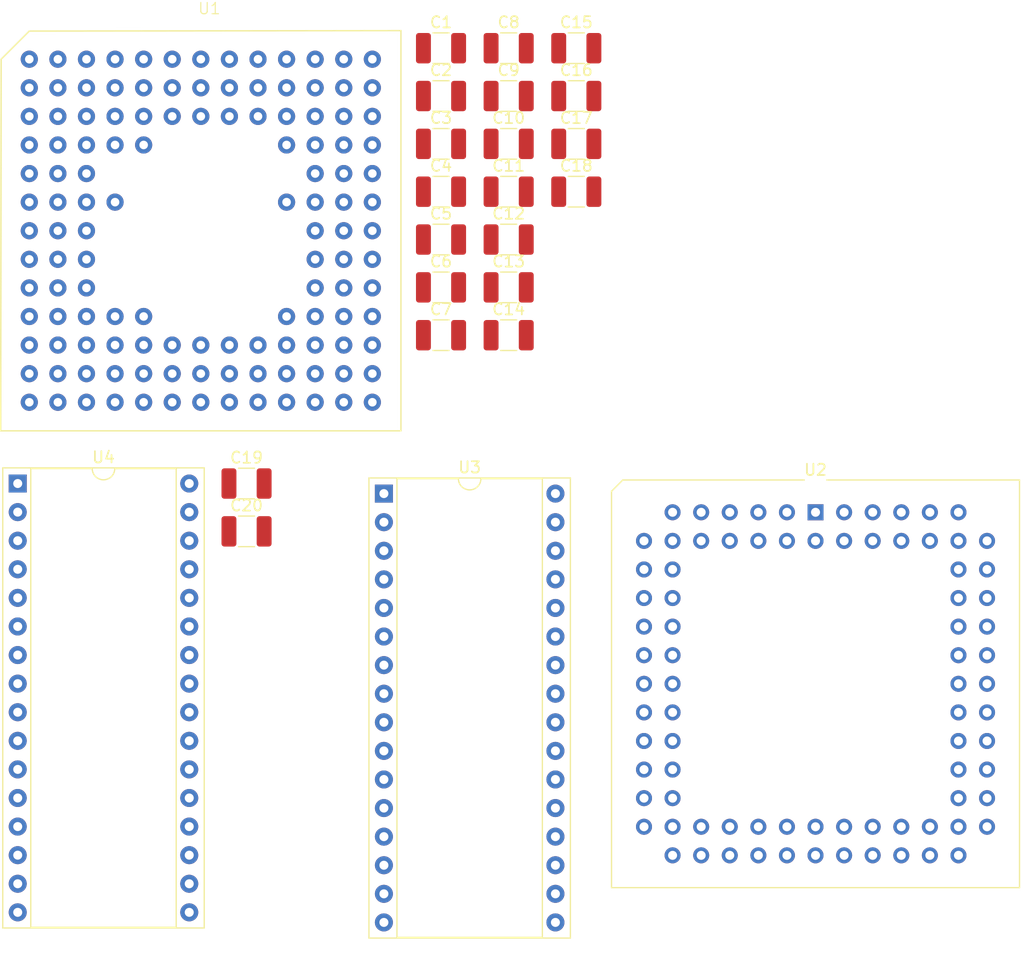
<source format=kicad_pcb>
(kicad_pcb (version 20240108) (generator "pcbnew") (generator_version "8.0")
  (layers (0 "F.Cu" signal) (31 "B.Cu" signal) (34 "B.Paste" user) (35 "F.Paste" user) (36 "B.SilkS" user "B.Silkscreen") (37 "F.SilkS" user "F.Silkscreen") (38 "B.Mask" user) (39 "F.Mask" user) (44 "Edge.Cuts" user))
  (net 0 "")
  (net 1 "+5V")
  (net 2 "GND")
  (net 3 "D8")
  (net 4 "A9")
  (net 5 "D18")
  (net 6 "A4")
  (net 7 "D21")
  (net 8 "D1")
  (net 9 "D0")
  (net 10 "A26")
  (net 11 "A14")
  (net 12 "D12")
  (net 13 "D29")
  (net 14 "A15")
  (net 15 "D15")
  (net 16 "D19")
  (net 17 "D7")
  (net 18 "D23")
  (net 19 "D11")
  (net 20 "D5")
  (net 21 "A17")
  (net 22 "A16")
  (net 23 "D9")
  (net 24 "D3")
  (net 25 "A7")
  (net 26 "A10")
  (net 27 "D2")
  (net 28 "D17")
  (net 29 "A25")
  (net 30 "A11")
  (net 31 "D16")
  (net 32 "A31")
  (net 33 "D10")
  (net 34 "D27")
  (net 35 "A24")
  (net 36 "A23")
  (net 37 "A13")
  (net 38 "D13")
  (net 39 "A22")
  (net 40 "A0")
  (net 41 "A30")
  (net 42 "A18")
  (net 43 "D26")
  (net 44 "A5")
  (net 45 "A6")
  (net 46 "A8")
  (net 47 "A20")
  (net 48 "A1")
  (net 49 "D4")
  (net 50 "A28")
  (net 51 "D28")
  (net 52 "A27")
  (net 53 "D20")
  (net 54 "A2")
  (net 55 "A3")
  (net 56 "A12")
  (net 57 "A21")
  (net 58 "A19")
  (net 59 "D6")
  (net 60 "D30")
  (net 61 "D25")
  (net 62 "D14")
  (net 63 "D24")
  (net 64 "A29")
  (net 65 "D22")
  (net 66 "D31")
  (net 71 "{slash}DSACK1")
  (net 72 "{slash}IPL2")
  (net 73 "SIZ1")
  (net 75 "FC2")
  (net 76 "{slash}DSACK0")
  (net 79 "FC1")
  (net 85 "{slash}IPL0")
  (net 86 "{slash}IPL1")
  (net 87 "{slash}AVEC")
  (net 89 "{slash}DS")
  (net 93 "{slash}AS")
  (net 97 "FC0")
  (net 98 "R{slash}W")
  (net 104 "SIZ0")
  (footprint "Capacitor_SMD:C_1210_3225Metric_Pad1.33x2.70mm_HandSolder" (layer "F.Cu") (at 45.195 27.125)
    (property "Reference" "C14" (at 0 -2.3 0) (layer "F.SilkS"))
    (property "Value" "0.1uF")
    (fp_line (start -0.711252 -1.36) (end 0.711252 -1.36) (stroke (width 0.12)) (layer "F.SilkS"))
    (fp_line (start -0.711252 1.36) (end 0.711252 1.36) (stroke (width 0.12)) (layer "F.SilkS"))
    (pad "1" smd roundrect (at -1.5625 0) (size 1.325 2.7) (layers "F.Cu" "F.Paste" "F.Mask") (roundrect_rratio 0.188679) (net 1 "+5V"))
    (pad "2" smd roundrect (at 1.5625 0) (size 1.325 2.7) (layers "F.Cu" "F.Paste" "F.Mask") (roundrect_rratio 0.188679) (net 2 "GND"))
  )
  (footprint "Capacitor_SMD:C_1210_3225Metric_Pad1.33x2.70mm_HandSolder" (layer "F.Cu") (at 39.185 18.625)
    (property "Reference" "C5" (at 0 -2.3 0) (layer "F.SilkS"))
    (property "Value" "0.1uF")
    (fp_line (start -0.711252 -1.36) (end 0.711252 -1.36) (stroke (width 0.12)) (layer "F.SilkS"))
    (fp_line (start -0.711252 1.36) (end 0.711252 1.36) (stroke (width 0.12)) (layer "F.SilkS"))
    (pad "1" smd roundrect (at -1.5625 0) (size 1.325 2.7) (layers "F.Cu" "F.Paste" "F.Mask") (roundrect_rratio 0.188679) (net 1 "+5V"))
    (pad "2" smd roundrect (at 1.5625 0) (size 1.325 2.7) (layers "F.Cu" "F.Paste" "F.Mask") (roundrect_rratio 0.188679) (net 2 "GND"))
  )
  (footprint "Capacitor_SMD:C_1210_3225Metric_Pad1.33x2.70mm_HandSolder" (layer "F.Cu") (at 21.905 44.555)
    (property "Reference" "C20" (at 0 -2.3 0) (layer "F.SilkS"))
    (property "Value" "0.1uF")
    (fp_line (start -0.711252 -1.36) (end 0.711252 -1.36) (stroke (width 0.12)) (layer "F.SilkS"))
    (fp_line (start -0.711252 1.36) (end 0.711252 1.36) (stroke (width 0.12)) (layer "F.SilkS"))
    (pad "1" smd roundrect (at -1.5625 0) (size 1.325 2.7) (layers "F.Cu" "F.Paste" "F.Mask") (roundrect_rratio 0.188679) (net 1 "+5V"))
    (pad "2" smd roundrect (at 1.5625 0) (size 1.325 2.7) (layers "F.Cu" "F.Paste" "F.Mask") (roundrect_rratio 0.188679) (net 2 "GND"))
  )
  (footprint "Capacitor_SMD:C_1210_3225Metric_Pad1.33x2.70mm_HandSolder" (layer "F.Cu") (at 21.905 40.305)
    (property "Reference" "C19" (at 0 -2.3 0) (layer "F.SilkS"))
    (property "Value" "0.1uF")
    (fp_line (start -0.711252 -1.36) (end 0.711252 -1.36) (stroke (width 0.12)) (layer "F.SilkS"))
    (fp_line (start -0.711252 1.36) (end 0.711252 1.36) (stroke (width 0.12)) (layer "F.SilkS"))
    (pad "1" smd roundrect (at -1.5625 0) (size 1.325 2.7) (layers "F.Cu" "F.Paste" "F.Mask") (roundrect_rratio 0.188679) (net 1 "+5V"))
    (pad "2" smd roundrect (at 1.5625 0) (size 1.325 2.7) (layers "F.Cu" "F.Paste" "F.Mask") (roundrect_rratio 0.188679) (net 2 "GND"))
  )
  (footprint "Capacitor_SMD:C_1210_3225Metric_Pad1.33x2.70mm_HandSolder" (layer "F.Cu") (at 39.185 22.875)
    (property "Reference" "C6" (at 0 -2.3 0) (layer "F.SilkS"))
    (property "Value" "0.1uF")
    (fp_line (start -0.711252 -1.36) (end 0.711252 -1.36) (stroke (width 0.12)) (layer "F.SilkS"))
    (fp_line (start -0.711252 1.36) (end 0.711252 1.36) (stroke (width 0.12)) (layer "F.SilkS"))
    (pad "1" smd roundrect (at -1.5625 0) (size 1.325 2.7) (layers "F.Cu" "F.Paste" "F.Mask") (roundrect_rratio 0.188679) (net 1 "+5V"))
    (pad "2" smd roundrect (at 1.5625 0) (size 1.325 2.7) (layers "F.Cu" "F.Paste" "F.Mask") (roundrect_rratio 0.188679) (net 2 "GND"))
  )
  (footprint "Capacitor_SMD:C_1210_3225Metric_Pad1.33x2.70mm_HandSolder" (layer "F.Cu") (at 39.185 10.125)
    (property "Reference" "C3" (at 0 -2.3 0) (layer "F.SilkS"))
    (property "Value" "0.1uF")
    (fp_line (start -0.711252 -1.36) (end 0.711252 -1.36) (stroke (width 0.12)) (layer "F.SilkS"))
    (fp_line (start -0.711252 1.36) (end 0.711252 1.36) (stroke (width 0.12)) (layer "F.SilkS"))
    (pad "1" smd roundrect (at -1.5625 0) (size 1.325 2.7) (layers "F.Cu" "F.Paste" "F.Mask") (roundrect_rratio 0.188679) (net 1 "+5V"))
    (pad "2" smd roundrect (at 1.5625 0) (size 1.325 2.7) (layers "F.Cu" "F.Paste" "F.Mask") (roundrect_rratio 0.188679) (net 2 "GND"))
  )
  (footprint "Capacitor_SMD:C_1210_3225Metric_Pad1.33x2.70mm_HandSolder" (layer "F.Cu") (at 51.205 14.375)
    (property "Reference" "C18" (at 0 -2.3 0) (layer "F.SilkS"))
    (property "Value" "0.1uF")
    (fp_line (start -0.711252 -1.36) (end 0.711252 -1.36) (stroke (width 0.12)) (layer "F.SilkS"))
    (fp_line (start -0.711252 1.36) (end 0.711252 1.36) (stroke (width 0.12)) (layer "F.SilkS"))
    (pad "1" smd roundrect (at -1.5625 0) (size 1.325 2.7) (layers "F.Cu" "F.Paste" "F.Mask") (roundrect_rratio 0.188679) (net 1 "+5V"))
    (pad "2" smd roundrect (at 1.5625 0) (size 1.325 2.7) (layers "F.Cu" "F.Paste" "F.Mask") (roundrect_rratio 0.188679) (net 2 "GND"))
  )
  (footprint "Package_DIP:DIP-32_W15.24mm_Socket" (layer "F.Cu") (at 34.11 41.2)
    (property "Reference" "U3" (at 7.62 -2.33 0) (layer "F.SilkS"))
    (property "Value" "SST39SF040")
    (fp_line (start -1.33 -1.39) (end -1.33 39.49) (stroke (width 0.12)) (layer "F.SilkS"))
    (fp_line (start -1.33 39.49) (end 16.57 39.49) (stroke (width 0.12)) (layer "F.SilkS"))
    (fp_line (start 1.16 -1.33) (end 1.16 39.43) (stroke (width 0.12)) (layer "F.SilkS"))
    (fp_line (start 1.16 39.43) (end 14.08 39.43) (stroke (width 0.12)) (layer "F.SilkS"))
    (fp_line (start 6.62 -1.33) (end 1.16 -1.33) (stroke (width 0.12)) (layer "F.SilkS"))
    (fp_line (start 14.08 -1.33) (end 8.62 -1.33) (stroke (width 0.12)) (layer "F.SilkS"))
    (fp_line (start 14.08 39.43) (end 14.08 -1.33) (stroke (width 0.12)) (layer "F.SilkS"))
    (fp_line (start 16.57 -1.39) (end -1.33 -1.39) (stroke (width 0.12)) (layer "F.SilkS"))
    (fp_line (start 16.57 39.49) (end 16.57 -1.39) (stroke (width 0.12)) (layer "F.SilkS"))
    (fp_arc (start 8.62 -1.33) (mid 7.62 -0.33) (end 6.62 -1.33) (stroke (width 0.12)) (layer "F.SilkS"))
    (pad "1" thru_hole rect (at 0 0) (size 1.6 1.6) (drill 0.8) (layers "*.Cu" "*.Mask") (net 42 "A18"))
    (pad "2" thru_hole oval (at 0 2.54) (size 1.6 1.6) (drill 0.8) (layers "*.Cu" "*.Mask") (net 22 "A16"))
    (pad "3" thru_hole oval (at 0 5.08) (size 1.6 1.6) (drill 0.8) (layers "*.Cu" "*.Mask") (net 14 "A15"))
    (pad "4" thru_hole oval (at 0 7.62) (size 1.6 1.6) (drill 0.8) (layers "*.Cu" "*.Mask") (net 56 "A12"))
    (pad "5" thru_hole oval (at 0 10.16) (size 1.6 1.6) (drill 0.8) (layers "*.Cu" "*.Mask") (net 25 "A7"))
    (pad "6" thru_hole oval (at 0 12.7) (size 1.6 1.6) (drill 0.8) (layers "*.Cu" "*.Mask") (net 45 "A6"))
    (pad "7" thru_hole oval (at 0 15.24) (size 1.6 1.6) (drill 0.8) (layers "*.Cu" "*.Mask") (net 44 "A5"))
    (pad "8" thru_hole oval (at 0 17.78) (size 1.6 1.6) (drill 0.8) (layers "*.Cu" "*.Mask") (net 6 "A4"))
    (pad "9" thru_hole oval (at 0 20.32) (size 1.6 1.6) (drill 0.8) (layers "*.Cu" "*.Mask") (net 55 "A3"))
    (pad "10" thru_hole oval (at 0 22.86) (size 1.6 1.6) (drill 0.8) (layers "*.Cu" "*.Mask") (net 54 "A2"))
    (pad "11" thru_hole oval (at 0 25.4) (size 1.6 1.6) (drill 0.8) (layers "*.Cu" "*.Mask") (net 48 "A1"))
    (pad "12" thru_hole oval (at 0 27.94) (size 1.6 1.6) (drill 0.8) (layers "*.Cu" "*.Mask") (net 40 "A0"))
    (pad "13" thru_hole oval (at 0 30.48) (size 1.6 1.6) (drill 0.8) (layers "*.Cu" "*.Mask") (net 63 "D24"))
    (pad "14" thru_hole oval (at 0 33.02) (size 1.6 1.6) (drill 0.8) (layers "*.Cu" "*.Mask") (net 61 "D25"))
    (pad "15" thru_hole oval (at 0 35.56) (size 1.6 1.6) (drill 0.8) (layers "*.Cu" "*.Mask") (net 43 "D26"))
    (pad "16" thru_hole oval (at 0 38.1) (size 1.6 1.6) (drill 0.8) (layers "*.Cu" "*.Mask") (net 2 "GND"))
    (pad "17" thru_hole oval (at 15.24 38.1) (size 1.6 1.6) (drill 0.8) (layers "*.Cu" "*.Mask") (net 34 "D27"))
    (pad "18" thru_hole oval (at 15.24 35.56) (size 1.6 1.6) (drill 0.8) (layers "*.Cu" "*.Mask") (net 51 "D28"))
    (pad "19" thru_hole oval (at 15.24 33.02) (size 1.6 1.6) (drill 0.8) (layers "*.Cu" "*.Mask") (net 13 "D29"))
    (pad "20" thru_hole oval (at 15.24 30.48) (size 1.6 1.6) (drill 0.8) (layers "*.Cu" "*.Mask") (net 60 "D30"))
    (pad "21" thru_hole oval (at 15.24 27.94) (size 1.6 1.6) (drill 0.8) (layers "*.Cu" "*.Mask") (net 66 "D31"))
    (pad "22" thru_hole oval (at 15.24 25.4) (size 1.6 1.6) (drill 0.8) (layers "*.Cu" "*.Mask"))
    (pad "23" thru_hole oval (at 15.24 22.86) (size 1.6 1.6) (drill 0.8) (layers "*.Cu" "*.Mask") (net 26 "A10"))
    (pad "24" thru_hole oval (at 15.24 20.32) (size 1.6 1.6) (drill 0.8) (layers "*.Cu" "*.Mask"))
    (pad "25" thru_hole oval (at 15.24 17.78) (size 1.6 1.6) (drill 0.8) (layers "*.Cu" "*.Mask") (net 30 "A11"))
    (pad "26" thru_hole oval (at 15.24 15.24) (size 1.6 1.6) (drill 0.8) (layers "*.Cu" "*.Mask") (net 4 "A9"))
    (pad "27" thru_hole oval (at 15.24 12.7) (size 1.6 1.6) (drill 0.8) (layers "*.Cu" "*.Mask") (net 46 "A8"))
    (pad "28" thru_hole oval (at 15.24 10.16) (size 1.6 1.6) (drill 0.8) (layers "*.Cu" "*.Mask") (net 37 "A13"))
    (pad "29" thru_hole oval (at 15.24 7.62) (size 1.6 1.6) (drill 0.8) (layers "*.Cu" "*.Mask") (net 11 "A14"))
    (pad "30" thru_hole oval (at 15.24 5.08) (size 1.6 1.6) (drill 0.8) (layers "*.Cu" "*.Mask") (net 21 "A17"))
    (pad "31" thru_hole oval (at 15.24 2.54) (size 1.6 1.6) (drill 0.8) (layers "*.Cu" "*.Mask"))
    (pad "32" thru_hole oval (at 15.24 0) (size 1.6 1.6) (drill 0.8) (layers "*.Cu" "*.Mask") (net 1 "+5V"))
  )
  (footprint "Package_DIP:DIP-32_W15.24mm_Socket" (layer "F.Cu") (at 1.575 40.305)
    (property "Reference" "U4" (at 7.62 -2.33 0) (layer "F.SilkS"))
    (property "Value" "AS6C4008-55PCN")
    (fp_line (start -1.33 -1.39) (end -1.33 39.49) (stroke (width 0.12)) (layer "F.SilkS"))
    (fp_line (start -1.33 39.49) (end 16.57 39.49) (stroke (width 0.12)) (layer "F.SilkS"))
    (fp_line (start 1.16 -1.33) (end 1.16 39.43) (stroke (width 0.12)) (layer "F.SilkS"))
    (fp_line (start 1.16 39.43) (end 14.08 39.43) (stroke (width 0.12)) (layer "F.SilkS"))
    (fp_line (start 6.62 -1.33) (end 1.16 -1.33) (stroke (width 0.12)) (layer "F.SilkS"))
    (fp_line (start 14.08 -1.33) (end 8.62 -1.33) (stroke (width 0.12)) (layer "F.SilkS"))
    (fp_line (start 14.08 39.43) (end 14.08 -1.33) (stroke (width 0.12)) (layer "F.SilkS"))
    (fp_line (start 16.57 -1.39) (end -1.33 -1.39) (stroke (width 0.12)) (layer "F.SilkS"))
    (fp_line (start 16.57 39.49) (end 16.57 -1.39) (stroke (width 0.12)) (layer "F.SilkS"))
    (fp_arc (start 8.62 -1.33) (mid 7.62 -0.33) (end 6.62 -1.33) (stroke (width 0.12)) (layer "F.SilkS"))
    (pad "1" thru_hole rect (at 0 0) (size 1.6 1.6) (drill 0.8) (layers "*.Cu" "*.Mask") (net 42 "A18"))
    (pad "2" thru_hole oval (at 0 2.54) (size 1.6 1.6) (drill 0.8) (layers "*.Cu" "*.Mask") (net 22 "A16"))
    (pad "3" thru_hole oval (at 0 5.08) (size 1.6 1.6) (drill 0.8) (layers "*.Cu" "*.Mask") (net 11 "A14"))
    (pad "4" thru_hole oval (at 0 7.62) (size 1.6 1.6) (drill 0.8) (layers "*.Cu" "*.Mask") (net 56 "A12"))
    (pad "5" thru_hole oval (at 0 10.16) (size 1.6 1.6) (drill 0.8) (layers "*.Cu" "*.Mask") (net 25 "A7"))
    (pad "6" thru_hole oval (at 0 12.7) (size 1.6 1.6) (drill 0.8) (layers "*.Cu" "*.Mask") (net 45 "A6"))
    (pad "7" thru_hole oval (at 0 15.24) (size 1.6 1.6) (drill 0.8) (layers "*.Cu" "*.Mask") (net 44 "A5"))
    (pad "8" thru_hole oval (at 0 17.78) (size 1.6 1.6) (drill 0.8) (layers "*.Cu" "*.Mask") (net 6 "A4"))
    (pad "9" thru_hole oval (at 0 20.32) (size 1.6 1.6) (drill 0.8) (layers "*.Cu" "*.Mask") (net 55 "A3"))
    (pad "10" thru_hole oval (at 0 22.86) (size 1.6 1.6) (drill 0.8) (layers "*.Cu" "*.Mask") (net 54 "A2"))
    (pad "11" thru_hole oval (at 0 25.4) (size 1.6 1.6) (drill 0.8) (layers "*.Cu" "*.Mask") (net 48 "A1"))
    (pad "12" thru_hole oval (at 0 27.94) (size 1.6 1.6) (drill 0.8) (layers "*.Cu" "*.Mask") (net 40 "A0"))
    (pad "13" thru_hole oval (at 0 30.48) (size 1.6 1.6) (drill 0.8) (layers "*.Cu" "*.Mask") (net 63 "D24"))
    (pad "14" thru_hole oval (at 0 33.02) (size 1.6 1.6) (drill 0.8) (layers "*.Cu" "*.Mask") (net 61 "D25"))
    (pad "15" thru_hole oval (at 0 35.56) (size 1.6 1.6) (drill 0.8) (layers "*.Cu" "*.Mask") (net 43 "D26"))
    (pad "16" thru_hole oval (at 0 38.1) (size 1.6 1.6) (drill 0.8) (layers "*.Cu" "*.Mask") (net 2 "GND"))
    (pad "17" thru_hole oval (at 15.24 38.1) (size 1.6 1.6) (drill 0.8) (layers "*.Cu" "*.Mask") (net 34 "D27"))
    (pad "18" thru_hole oval (at 15.24 35.56) (size 1.6 1.6) (drill 0.8) (layers "*.Cu" "*.Mask") (net 51 "D28"))
    (pad "19" thru_hole oval (at 15.24 33.02) (size 1.6 1.6) (drill 0.8) (layers "*.Cu" "*.Mask") (net 13 "D29"))
    (pad "20" thru_hole oval (at 15.24 30.48) (size 1.6 1.6) (drill 0.8) (layers "*.Cu" "*.Mask") (net 60 "D30"))
    (pad "21" thru_hole oval (at 15.24 27.94) (size 1.6 1.6) (drill 0.8) (layers "*.Cu" "*.Mask") (net 66 "D31"))
    (pad "22" thru_hole oval (at 15.24 25.4) (size 1.6 1.6) (drill 0.8) (layers "*.Cu" "*.Mask"))
    (pad "23" thru_hole oval (at 15.24 22.86) (size 1.6 1.6) (drill 0.8) (layers "*.Cu" "*.Mask") (net 26 "A10"))
    (pad "24" thru_hole oval (at 15.24 20.32) (size 1.6 1.6) (drill 0.8) (layers "*.Cu" "*.Mask"))
    (pad "25" thru_hole oval (at 15.24 17.78) (size 1.6 1.6) (drill 0.8) (layers "*.Cu" "*.Mask") (net 30 "A11"))
    (pad "26" thru_hole oval (at 15.24 15.24) (size 1.6 1.6) (drill 0.8) (layers "*.Cu" "*.Mask") (net 4 "A9"))
    (pad "27" thru_hole oval (at 15.24 12.7) (size 1.6 1.6) (drill 0.8) (layers "*.Cu" "*.Mask") (net 46 "A8"))
    (pad "28" thru_hole oval (at 15.24 10.16) (size 1.6 1.6) (drill 0.8) (layers "*.Cu" "*.Mask") (net 37 "A13"))
    (pad "29" thru_hole oval (at 15.24 7.62) (size 1.6 1.6) (drill 0.8) (layers "*.Cu" "*.Mask") (net 98 "R{slash}W"))
    (pad "30" thru_hole oval (at 15.24 5.08) (size 1.6 1.6) (drill 0.8) (layers "*.Cu" "*.Mask") (net 21 "A17"))
    (pad "31" thru_hole oval (at 15.24 2.54) (size 1.6 1.6) (drill 0.8) (layers "*.Cu" "*.Mask") (net 14 "A15"))
    (pad "32" thru_hole oval (at 15.24 0) (size 1.6 1.6) (drill 0.8) (layers "*.Cu" "*.Mask") (net 1 "+5V"))
  )
  (footprint "Capacitor_SMD:C_1210_3225Metric_Pad1.33x2.70mm_HandSolder" (layer "F.Cu") (at 51.205 5.875)
    (property "Reference" "C16" (at 0 -2.3 0) (layer "F.SilkS"))
    (property "Value" "0.1uF")
    (fp_line (start -0.711252 -1.36) (end 0.711252 -1.36) (stroke (width 0.12)) (layer "F.SilkS"))
    (fp_line (start -0.711252 1.36) (end 0.711252 1.36) (stroke (width 0.12)) (layer "F.SilkS"))
    (pad "1" smd roundrect (at -1.5625 0) (size 1.325 2.7) (layers "F.Cu" "F.Paste" "F.Mask") (roundrect_rratio 0.188679) (net 1 "+5V"))
    (pad "2" smd roundrect (at 1.5625 0) (size 1.325 2.7) (layers "F.Cu" "F.Paste" "F.Mask") (roundrect_rratio 0.188679) (net 2 "GND"))
  )
  (footprint "Capacitor_SMD:C_1210_3225Metric_Pad1.33x2.70mm_HandSolder" (layer "F.Cu") (at 45.195 18.625)
    (property "Reference" "C12" (at 0 -2.3 0) (layer "F.SilkS"))
    (property "Value" "0.1uF")
    (fp_line (start -0.711252 -1.36) (end 0.711252 -1.36) (stroke (width 0.12)) (layer "F.SilkS"))
    (fp_line (start -0.711252 1.36) (end 0.711252 1.36) (stroke (width 0.12)) (layer "F.SilkS"))
    (pad "1" smd roundrect (at -1.5625 0) (size 1.325 2.7) (layers "F.Cu" "F.Paste" "F.Mask") (roundrect_rratio 0.188679) (net 1 "+5V"))
    (pad "2" smd roundrect (at 1.5625 0) (size 1.325 2.7) (layers "F.Cu" "F.Paste" "F.Mask") (roundrect_rratio 0.188679) (net 2 "GND"))
  )
  (footprint "Capacitor_SMD:C_1210_3225Metric_Pad1.33x2.70mm_HandSolder" (layer "F.Cu") (at 39.185 14.375)
    (property "Reference" "C4" (at 0 -2.3 0) (layer "F.SilkS"))
    (property "Value" "0.1uF")
    (fp_line (start -0.711252 -1.36) (end 0.711252 -1.36) (stroke (width 0.12)) (layer "F.SilkS"))
    (fp_line (start -0.711252 1.36) (end 0.711252 1.36) (stroke (width 0.12)) (layer "F.SilkS"))
    (pad "1" smd roundrect (at -1.5625 0) (size 1.325 2.7) (layers "F.Cu" "F.Paste" "F.Mask") (roundrect_rratio 0.188679) (net 1 "+5V"))
    (pad "2" smd roundrect (at 1.5625 0) (size 1.325 2.7) (layers "F.Cu" "F.Paste" "F.Mask") (roundrect_rratio 0.188679) (net 2 "GND"))
  )
  (footprint "Capacitor_SMD:C_1210_3225Metric_Pad1.33x2.70mm_HandSolder" (layer "F.Cu") (at 45.195 14.375)
    (property "Reference" "C11" (at 0 -2.3 0) (layer "F.SilkS"))
    (property "Value" "0.1uF")
    (fp_line (start -0.711252 -1.36) (end 0.711252 -1.36) (stroke (width 0.12)) (layer "F.SilkS"))
    (fp_line (start -0.711252 1.36) (end 0.711252 1.36) (stroke (width 0.12)) (layer "F.SilkS"))
    (pad "1" smd roundrect (at -1.5625 0) (size 1.325 2.7) (layers "F.Cu" "F.Paste" "F.Mask") (roundrect_rratio 0.188679) (net 1 "+5V"))
    (pad "2" smd roundrect (at 1.5625 0) (size 1.325 2.7) (layers "F.Cu" "F.Paste" "F.Mask") (roundrect_rratio 0.188679) (net 2 "GND"))
  )
  (footprint "Package_LCC:PLCC-84_THT-Socket" (layer "F.Cu") (at 72.46 42.86)
    (property "Reference" "U2" (at 0 -3.77 0) (layer "F.SilkS"))
    (property "Value" "EPM7128")
    (fp_line (start -18.125 -1.87) (end -18.125 33.35) (stroke (width 0.12)) (layer "F.SilkS"))
    (fp_line (start -18.125 33.35) (end 18.125 33.35) (stroke (width 0.12)) (layer "F.SilkS"))
    (fp_line (start -17.125 -2.87) (end -18.125 -1.87) (stroke (width 0.12)) (layer "F.SilkS"))
    (fp_line (start -1 -2.87) (end -17.125 -2.87) (stroke (width 0.12)) (layer "F.SilkS"))
    (fp_line (start 18.125 -2.87) (end 1 -2.87) (stroke (width 0.12)) (layer "F.SilkS"))
    (fp_line (start 18.125 33.35) (end 18.125 -2.87) (stroke (width 0.12)) (layer "F.SilkS"))
    (pad "1" thru_hole rect (at 0 0) (size 1.4224 1.4224) (drill 0.8) (layers "*.Cu" "*.Mask"))
    (pad "2" thru_hole circle (at 0 2.54) (size 1.4224 1.4224) (drill 0.8) (layers "*.Cu" "*.Mask"))
    (pad "3" thru_hole circle (at -2.54 0) (size 1.4224 1.4224) (drill 0.8) (layers "*.Cu" "*.Mask") (net 1 "+5V"))
    (pad "4" thru_hole circle (at -2.54 2.54) (size 1.4224 1.4224) (drill 0.8) (layers "*.Cu" "*.Mask"))
    (pad "5" thru_hole circle (at -5.08 0) (size 1.4224 1.4224) (drill 0.8) (layers "*.Cu" "*.Mask"))
    (pad "6" thru_hole circle (at -5.08 2.54) (size 1.4224 1.4224) (drill 0.8) (layers "*.Cu" "*.Mask"))
    (pad "7" thru_hole circle (at -7.62 0) (size 1.4224 1.4224) (drill 0.8) (layers "*.Cu" "*.Mask") (net 2 "GND"))
    (pad "8" thru_hole circle (at -7.62 2.54) (size 1.4224 1.4224) (drill 0.8) (layers "*.Cu" "*.Mask"))
    (pad "9" thru_hole circle (at -10.16 0) (size 1.4224 1.4224) (drill 0.8) (layers "*.Cu" "*.Mask"))
    (pad "10" thru_hole circle (at -10.16 2.54) (size 1.4224 1.4224) (drill 0.8) (layers "*.Cu" "*.Mask"))
    (pad "11" thru_hole circle (at -12.7 0) (size 1.4224 1.4224) (drill 0.8) (layers "*.Cu" "*.Mask"))
    (pad "12" thru_hole circle (at -15.24 2.54) (size 1.4224 1.4224) (drill 0.8) (layers "*.Cu" "*.Mask"))
    (pad "13" thru_hole circle (at -12.7 2.54) (size 1.4224 1.4224) (drill 0.8) (layers "*.Cu" "*.Mask") (net 1 "+5V"))
    (pad "14" thru_hole circle (at -15.24 5.08) (size 1.4224 1.4224) (drill 0.8) (layers "*.Cu" "*.Mask"))
    (pad "15" thru_hole circle (at -12.7 5.08) (size 1.4224 1.4224) (drill 0.8) (layers "*.Cu" "*.Mask"))
    (pad "16" thru_hole circle (at -15.24 7.62) (size 1.4224 1.4224) (drill 0.8) (layers "*.Cu" "*.Mask"))
    (pad "17" thru_hole circle (at -12.7 7.62) (size 1.4224 1.4224) (drill 0.8) (layers "*.Cu" "*.Mask"))
    (pad "18" thru_hole circle (at -15.24 10.16) (size 1.4224 1.4224) (drill 0.8) (layers "*.Cu" "*.Mask"))
    (pad "19" thru_hole circle (at -12.7 10.16) (size 1.4224 1.4224) (drill 0.8) (layers "*.Cu" "*.Mask") (net 2 "GND"))
    (pad "20" thru_hole circle (at -15.24 12.7) (size 1.4224 1.4224) (drill 0.8) (layers "*.Cu" "*.Mask"))
    (pad "21" thru_hole circle (at -12.7 12.7) (size 1.4224 1.4224) (drill 0.8) (layers "*.Cu" "*.Mask"))
    (pad "22" thru_hole circle (at -15.24 15.24) (size 1.4224 1.4224) (drill 0.8) (layers "*.Cu" "*.Mask"))
    (pad "23" thru_hole circle (at -12.7 15.24) (size 1.4224 1.4224) (drill 0.8) (layers "*.Cu" "*.Mask"))
    (pad "24" thru_hole circle (at -15.24 17.78) (size 1.4224 1.4224) (drill 0.8) (layers "*.Cu" "*.Mask"))
    (pad "25" thru_hole circle (at -12.7 17.78) (size 1.4224 1.4224) (drill 0.8) (layers "*.Cu" "*.Mask"))
    (pad "26" thru_hole circle (at -15.24 20.32) (size 1.4224 1.4224) (drill 0.8) (layers "*.Cu" "*.Mask") (net 1 "+5V"))
    (pad "27" thru_hole circle (at -12.7 20.32) (size 1.4224 1.4224) (drill 0.8) (layers "*.Cu" "*.Mask"))
    (pad "28" thru_hole circle (at -15.24 22.86) (size 1.4224 1.4224) (drill 0.8) (layers "*.Cu" "*.Mask"))
    (pad "29" thru_hole circle (at -12.7 22.86) (size 1.4224 1.4224) (drill 0.8) (layers "*.Cu" "*.Mask"))
    (pad "30" thru_hole circle (at -15.24 25.4) (size 1.4224 1.4224) (drill 0.8) (layers "*.Cu" "*.Mask"))
    (pad "31" thru_hole circle (at -12.7 25.4) (size 1.4224 1.4224) (drill 0.8) (layers "*.Cu" "*.Mask"))
    (pad "32" thru_hole circle (at -15.24 27.94) (size 1.4224 1.4224) (drill 0.8) (layers "*.Cu" "*.Mask") (net 2 "GND"))
    (pad "33" thru_hole circle (at -12.7 30.48) (size 1.4224 1.4224) (drill 0.8) (layers "*.Cu" "*.Mask"))
    (pad "34" thru_hole circle (at -12.7 27.94) (size 1.4224 1.4224) (drill 0.8) (layers "*.Cu" "*.Mask"))
    (pad "35" thru_hole circle (at -10.16 30.48) (size 1.4224 1.4224) (drill 0.8) (layers "*.Cu" "*.Mask"))
    (pad "36" thru_hole circle (at -10.16 27.94) (size 1.4224 1.4224) (drill 0.8) (layers "*.Cu" "*.Mask"))
    (pad "37" thru_hole circle (at -7.62 30.48) (size 1.4224 1.4224) (drill 0.8) (layers "*.Cu" "*.Mask"))
    (pad "38" thru_hole circle (at -7.62 27.94) (size 1.4224 1.4224) (drill 0.8) (layers "*.Cu" "*.Mask") (net 1 "+5V"))
    (pad "39" thru_hole circle (at -5.08 30.48) (size 1.4224 1.4224) (drill 0.8) (layers "*.Cu" "*.Mask"))
    (pad "40" thru_hole circle (at -5.08 27.94) (size 1.4224 1.4224) (drill 0.8) (layers "*.Cu" "*.Mask"))
    (pad "41" thru_hole circle (at -2.54 30.48) (size 1.4224 1.4224) (drill 0.8) (layers "*.Cu" "*.Mask"))
    (pad "42" thru_hole circle (at -2.54 27.94) (size 1.4224 1.4224) (drill 0.8) (layers "*.Cu" "*.Mask") (net 2 "GND"))
    (pad "43" thru_hole circle (at 0 30.48) (size 1.4224 1.4224) (drill 0.8) (layers "*.Cu" "*.Mask") (net 1 "+5V"))
    (pad "44" thru_hole circle (at 0 27.94) (size 1.4224 1.4224) (drill 0.8) (layers "*.Cu" "*.Mask"))
    (pad "45" thru_hole circle (at 2.54 30.48) (size 1.4224 1.4224) (drill 0.8) (layers "*.Cu" "*.Mask"))
    (pad "46" thru_hole circle (at 2.54 27.94) (size 1.4224 1.4224) (drill 0.8) (layers "*.Cu" "*.Mask"))
    (pad "47" thru_hole circle (at 5.08 30.48) (size 1.4224 1.4224) (drill 0.8) (layers "*.Cu" "*.Mask") (net 2 "GND"))
    (pad "48" thru_hole circle (at 5.08 27.94) (size 1.4224 1.4224) (drill 0.8) (layers "*.Cu" "*.Mask"))
    (pad "49" thru_hole circle (at 7.62 30.48) (size 1.4224 1.4224) (drill 0.8) (layers "*.Cu" "*.Mask"))
    (pad "50" thru_hole circle (at 7.62 27.94) (size 1.4224 1.4224) (drill 0.8) (layers "*.Cu" "*.Mask"))
    (pad "51" thru_hole circle (at 10.16 30.48) (size 1.4224 1.4224) (drill 0.8) (layers "*.Cu" "*.Mask"))
    (pad "52" thru_hole circle (at 10.16 27.94) (size 1.4224 1.4224) (drill 0.8) (layers "*.Cu" "*.Mask"))
    (pad "53" thru_hole circle (at 12.7 30.48) (size 1.4224 1.4224) (drill 0.8) (layers "*.Cu" "*.Mask") (net 1 "+5V"))
    (pad "54" thru_hole circle (at 15.24 27.94) (size 1.4224 1.4224) (drill 0.8) (layers "*.Cu" "*.Mask"))
    (pad "55" thru_hole circle (at 12.7 27.94) (size 1.4224 1.4224) (drill 0.8) (layers "*.Cu" "*.Mask"))
    (pad "56" thru_hole circle (at 15.24 25.4) (size 1.4224 1.4224) (drill 0.8) (layers "*.Cu" "*.Mask"))
    (pad "57" thru_hole circle (at 12.7 25.4) (size 1.4224 1.4224) (drill 0.8) (layers "*.Cu" "*.Mask"))
    (pad "58" thru_hole circle (at 15.24 22.86) (size 1.4224 1.4224) (drill 0.8) (layers "*.Cu" "*.Mask"))
    (pad "59" thru_hole circle (at 12.7 22.86) (size 1.4224 1.4224) (drill 0.8) (layers "*.Cu" "*.Mask") (net 2 "GND"))
    (pad "60" thru_hole circle (at 15.24 20.32) (size 1.4224 1.4224) (drill 0.8) (layers "*.Cu" "*.Mask"))
    (pad "61" thru_hole circle (at 12.7 20.32) (size 1.4224 1.4224) (drill 0.8) (layers "*.Cu" "*.Mask"))
    (pad "62" thru_hole circle (at 15.24 17.78) (size 1.4224 1.4224) (drill 0.8) (layers "*.Cu" "*.Mask"))
    (pad "63" thru_hole circle (at 12.7 17.78) (size 1.4224 1.4224) (drill 0.8) (layers "*.Cu" "*.Mask"))
    (pad "64" thru_hole circle (at 15.24 15.24) (size 1.4224 1.4224) (drill 0.8) (layers "*.Cu" "*.Mask"))
    (pad "65" thru_hole circle (at 12.7 15.24) (size 1.4224 1.4224) (drill 0.8) (layers "*.Cu" "*.Mask"))
    (pad "66" thru_hole circle (at 15.24 12.7) (size 1.4224 1.4224) (drill 0.8) (layers "*.Cu" "*.Mask") (net 1 "+5V"))
    (pad "67" thru_hole circle (at 12.7 12.7) (size 1.4224 1.4224) (drill 0.8) (layers "*.Cu" "*.Mask"))
    (pad "68" thru_hole circle (at 15.24 10.16) (size 1.4224 1.4224) (drill 0.8) (layers "*.Cu" "*.Mask"))
    (pad "69" thru_hole circle (at 12.7 10.16) (size 1.4224 1.4224) (drill 0.8) (layers "*.Cu" "*.Mask"))
    (pad "70" thru_hole circle (at 15.24 7.62) (size 1.4224 1.4224) (drill 0.8) (layers "*.Cu" "*.Mask"))
    (pad "71" thru_hole circle (at 12.7 7.62) (size 1.4224 1.4224) (drill 0.8) (layers "*.Cu" "*.Mask"))
    (pad "72" thru_hole circle (at 15.24 5.08) (size 1.4224 1.4224) (drill 0.8) (layers "*.Cu" "*.Mask") (net 2 "GND"))
    (pad "73" thru_hole circle (at 12.7 5.08) (size 1.4224 1.4224) (drill 0.8) (layers "*.Cu" "*.Mask"))
    (pad "74" thru_hole circle (at 15.24 2.54) (size 1.4224 1.4224) (drill 0.8) (layers "*.Cu" "*.Mask"))
    (pad "75" thru_hole circle (at 12.7 0) (size 1.4224 1.4224) (drill 0.8) (layers "*.Cu" "*.Mask"))
    (pad "76" thru_hole circle (at 12.7 2.54) (size 1.4224 1.4224) (drill 0.8) (layers "*.Cu" "*.Mask"))
    (pad "77" thru_hole circle (at 10.16 0) (size 1.4224 1.4224) (drill 0.8) (layers "*.Cu" "*.Mask"))
    (pad "78" thru_hole circle (at 10.16 2.54) (size 1.4224 1.4224) (drill 0.8) (layers "*.Cu" "*.Mask") (net 1 "+5V"))
    (pad "79" thru_hole circle (at 7.62 0) (size 1.4224 1.4224) (drill 0.8) (layers "*.Cu" "*.Mask"))
    (pad "80" thru_hole circle (at 7.62 2.54) (size 1.4224 1.4224) (drill 0.8) (layers "*.Cu" "*.Mask"))
    (pad "81" thru_hole circle (at 5.08 0) (size 1.4224 1.4224) (drill 0.8) (layers "*.Cu" "*.Mask"))
    (pad "82" thru_hole circle (at 5.08 2.54) (size 1.4224 1.4224) (drill 0.8) (layers "*.Cu" "*.Mask") (net 2 "GND"))
    (pad "83" thru_hole circle (at 2.54 0) (size 1.4224 1.4224) (drill 0.8) (layers "*.Cu" "*.Mask"))
    (pad "84" thru_hole circle (at 2.54 2.54) (size 1.4224 1.4224) (drill 0.8) (layers "*.Cu" "*.Mask"))
  )
  (footprint "mackerel:PGA169" (layer "F.Cu") (at 2.6035 2.6035)
    (property "Reference" "U1" (at 16 -4.5 0) (layer "F.SilkS") (effects (font (thickness 0.1))))
    (property "Value" "MC68030RC")
    (fp_line (start -2.54 33.02) (end -2.500235 0) (stroke (width 0.127)) (layer "F.SilkS"))
    (fp_line (start -2.5 0) (end 0 -2.5) (stroke (width 0.127)) (layer "F.SilkS"))
    (fp_line (start 0 -2.5) (end 33.02 -2.54) (stroke (width 0.127)) (layer "F.SilkS"))
    (fp_line (start 33.02 -2.54) (end 33.02 33.02) (stroke (width 0.127)) (layer "F.SilkS"))
    (fp_line (start 33.02 33.02) (end -2.54 33.02) (stroke (width 0.127)) (layer "F.SilkS"))
    (pad "A1" thru_hole circle (at 0 0) (size 1.524 1.524) (drill 0.762) (layers "*.Cu" "*.Mask"))
    (pad "A2" thru_hole circle (at 2.54 0) (size 1.524 1.524) (drill 0.762) (layers "*.Cu" "*.Mask") (net 40 "A0"))
    (pad "A3" thru_hole circle (at 5.08 0) (size 1.524 1.524) (drill 0.762) (layers "*.Cu" "*.Mask") (net 41 "A30"))
    (pad "A4" thru_hole circle (at 7.62 0) (size 1.524 1.524) (drill 0.762) (layers "*.Cu" "*.Mask") (net 50 "A28"))
    (pad "A5" thru_hole circle (at 10.16 0) (size 1.524 1.524) (drill 0.762) (layers "*.Cu" "*.Mask") (net 10 "A26"))
    (pad "A6" thru_hole circle (at 12.7 0) (size 1.524 1.524) (drill 0.762) (layers "*.Cu" "*.Mask") (net 35 "A24"))
    (pad "A7" thru_hole circle (at 15.24 0) (size 1.524 1.524) (drill 0.762) (layers "*.Cu" "*.Mask") (net 36 "A23"))
    (pad "A8" thru_hole circle (at 17.78 0) (size 1.524 1.524) (drill 0.762) (layers "*.Cu" "*.Mask") (net 57 "A21"))
    (pad "A9" thru_hole circle (at 20.32 0) (size 1.524 1.524) (drill 0.762) (layers "*.Cu" "*.Mask") (net 58 "A19"))
    (pad "A10" thru_hole circle (at 22.86 0) (size 1.524 1.524) (drill 0.762) (layers "*.Cu" "*.Mask") (net 21 "A17"))
    (pad "A11" thru_hole circle (at 25.4 0) (size 1.524 1.524) (drill 0.762) (layers "*.Cu" "*.Mask") (net 14 "A15"))
    (pad "A12" thru_hole circle (at 27.94 0) (size 1.524 1.524) (drill 0.762) (layers "*.Cu" "*.Mask") (net 37 "A13"))
    (pad "A13" thru_hole circle (at 30.48 0) (size 1.524 1.524) (drill 0.762) (layers "*.Cu" "*.Mask") (net 26 "A10"))
    (pad "B1" thru_hole circle (at 0 2.54) (size 1.524 1.524) (drill 0.762) (layers "*.Cu" "*.Mask"))
    (pad "B2" thru_hole circle (at 2.54 2.54) (size 1.524 1.524) (drill 0.762) (layers "*.Cu" "*.Mask"))
    (pad "B3" thru_hole circle (at 5.08 2.54) (size 1.524 1.524) (drill 0.762) (layers "*.Cu" "*.Mask") (net 32 "A31"))
    (pad "B4" thru_hole circle (at 7.62 2.54) (size 1.524 1.524) (drill 0.762) (layers "*.Cu" "*.Mask") (net 64 "A29"))
    (pad "B5" thru_hole circle (at 10.16 2.54) (size 1.524 1.524) (drill 0.762) (layers "*.Cu" "*.Mask") (net 52 "A27"))
    (pad "B6" thru_hole circle (at 12.7 2.54) (size 1.524 1.524) (drill 0.762) (layers "*.Cu" "*.Mask") (net 29 "A25"))
    (pad "B7" thru_hole circle (at 15.24 2.54) (size 1.524 1.524) (drill 0.762) (layers "*.Cu" "*.Mask") (net 39 "A22"))
    (pad "B8" thru_hole circle (at 17.78 2.54) (size 1.524 1.524) (drill 0.762) (layers "*.Cu" "*.Mask") (net 47 "A20"))
    (pad "B9" thru_hole circle (at 20.32 2.54) (size 1.524 1.524) (drill 0.762) (layers "*.Cu" "*.Mask") (net 22 "A16"))
    (pad "B10" thru_hole circle (at 22.86 2.54) (size 1.524 1.524) (drill 0.762) (layers "*.Cu" "*.Mask") (net 11 "A14"))
    (pad "B11" thru_hole circle (at 25.4 2.54) (size 1.524 1.524) (drill 0.762) (layers "*.Cu" "*.Mask") (net 56 "A12"))
    (pad "B12" thru_hole circle (at 27.94 2.54) (size 1.524 1.524) (drill 0.762) (layers "*.Cu" "*.Mask") (net 46 "A8"))
    (pad "B13" thru_hole circle (at 30.48 2.54) (size 1.524 1.524) (drill 0.762) (layers "*.Cu" "*.Mask") (net 25 "A7"))
    (pad "C1" thru_hole circle (at 0 5.08) (size 1.524 1.524) (drill 0.762) (layers "*.Cu" "*.Mask") (net 79 "FC1"))
    (pad "C2" thru_hole circle (at 2.54 5.08) (size 1.524 1.524) (drill 0.762) (layers "*.Cu" "*.Mask"))
    (pad "C3" thru_hole circle (at 5.08 5.08) (size 1.524 1.524) (drill 0.762) (layers "*.Cu" "*.Mask"))
    (pad "C4" thru_hole circle (at 7.62 5.08) (size 1.524 1.524) (drill 0.762) (layers "*.Cu" "*.Mask") (net 48 "A1"))
    (pad "C5" thru_hole circle (at 10.16 5.08) (size 1.524 1.524) (drill 0.762) (layers "*.Cu" "*.Mask") (net 2 "GND"))
    (pad "C6" thru_hole circle (at 12.7 5.08) (size 1.524 1.524) (drill 0.762) (layers "*.Cu" "*.Mask") (net 1 "+5V"))
    (pad "C7" thru_hole circle (at 15.24 5.08) (size 1.524 1.524) (drill 0.762) (layers "*.Cu" "*.Mask") (net 2 "GND"))
    (pad "C8" thru_hole circle (at 17.78 5.08) (size 1.524 1.524) (drill 0.762) (layers "*.Cu" "*.Mask") (net 42 "A18"))
    (pad "C9" thru_hole circle (at 20.32 5.08) (size 1.524 1.524) (drill 0.762) (layers "*.Cu" "*.Mask") (net 2 "GND"))
    (pad "C10" thru_hole circle (at 22.86 5.08) (size 1.524 1.524) (drill 0.762) (layers "*.Cu" "*.Mask") (net 30 "A11"))
    (pad "C11" thru_hole circle (at 25.4 5.08) (size 1.524 1.524) (drill 0.762) (layers "*.Cu" "*.Mask") (net 4 "A9"))
    (pad "C12" thru_hole circle (at 27.94 5.08) (size 1.524 1.524) (drill 0.762) (layers "*.Cu" "*.Mask") (net 44 "A5"))
    (pad "C13" thru_hole circle (at 30.48 5.08) (size 1.524 1.524) (drill 0.762) (layers "*.Cu" "*.Mask") (net 6 "A4"))
    (pad "D1" thru_hole circle (at 0 7.62) (size 1.524 1.524) (drill 0.762) (layers "*.Cu" "*.Mask") (net 75 "FC2"))
    (pad "D2" thru_hole circle (at 2.54 7.62) (size 1.524 1.524) (drill 0.762) (layers "*.Cu" "*.Mask") (net 97 "FC0"))
    (pad "D3" thru_hole circle (at 5.08 7.62) (size 1.524 1.524) (drill 0.762) (layers "*.Cu" "*.Mask"))
    (pad "D4" thru_hole circle (at 7.62 7.62) (size 1.524 1.524) (drill 0.762) (layers "*.Cu" "*.Mask") (net 1 "+5V"))
    (pad "D5" thru_hole circle (at 10.16 7.62) (size 1.524 1.524) (drill 0.762) (layers "*.Cu" "*.Mask"))
    (pad "D10" thru_hole circle (at 22.86 7.62) (size 1.524 1.524) (drill 0.762) (layers "*.Cu" "*.Mask") (net 1 "+5V"))
    (pad "D11" thru_hole circle (at 25.4 7.62) (size 1.524 1.524) (drill 0.762) (layers "*.Cu" "*.Mask") (net 45 "A6"))
    (pad "D12" thru_hole circle (at 27.94 7.62) (size 1.524 1.524) (drill 0.762) (layers "*.Cu" "*.Mask") (net 55 "A3"))
    (pad "D13" thru_hole circle (at 30.48 7.62) (size 1.524 1.524) (drill 0.762) (layers "*.Cu" "*.Mask") (net 54 "A2"))
    (pad "E1" thru_hole circle (at 0 10.16) (size 1.524 1.524) (drill 0.762) (layers "*.Cu" "*.Mask"))
    (pad "E2" thru_hole circle (at 2.54 10.16) (size 1.524 1.524) (drill 0.762) (layers "*.Cu" "*.Mask") (net 87 "{slash}AVEC"))
    (pad "E3" thru_hole circle (at 5.08 10.16) (size 1.524 1.524) (drill 0.762) (layers "*.Cu" "*.Mask") (net 2 "GND"))
    (pad "E11" thru_hole circle (at 25.4 10.16) (size 1.524 1.524) (drill 0.762) (layers "*.Cu" "*.Mask") (net 2 "GND"))
    (pad "E12" thru_hole circle (at 27.94 10.16) (size 1.524 1.524) (drill 0.762) (layers "*.Cu" "*.Mask"))
    (pad "E13" thru_hole circle (at 30.48 10.16) (size 1.524 1.524) (drill 0.762) (layers "*.Cu" "*.Mask"))
    (pad "F1" thru_hole circle (at 0 12.7) (size 1.524 1.524) (drill 0.762) (layers "*.Cu" "*.Mask") (net 76 "{slash}DSACK0"))
    (pad "F2" thru_hole circle (at 2.54 12.7) (size 1.524 1.524) (drill 0.762) (layers "*.Cu" "*.Mask") (net 1 "+5V"))
    (pad "F3" thru_hole circle (at 5.08 12.7) (size 1.524 1.524) (drill 0.762) (layers "*.Cu" "*.Mask") (net 2 "GND"))
    (pad "F4" thru_hole circle (at 7.62 12.7) (size 1.524 1.524) (drill 0.762) (layers "*.Cu" "*.Mask"))
    (pad "F10" thru_hole circle (at 22.86 12.7) (size 1.524 1.524) (drill 0.762) (layers "*.Cu" "*.Mask"))
    (pad "F11" thru_hole circle (at 25.4 12.7) (size 1.524 1.524) (drill 0.762) (layers "*.Cu" "*.Mask") (net 1 "+5V"))
    (pad "F12" thru_hole circle (at 27.94 12.7) (size 1.524 1.524) (drill 0.762) (layers "*.Cu" "*.Mask"))
    (pad "F13" thru_hole circle (at 30.48 12.7) (size 1.524 1.524) (drill 0.762) (layers "*.Cu" "*.Mask"))
    (pad "G1" thru_hole circle (at 0 15.24) (size 1.524 1.524) (drill 0.762) (layers "*.Cu" "*.Mask"))
    (pad "G2" thru_hole circle (at 2.54 15.24) (size 1.524 1.524) (drill 0.762) (layers "*.Cu" "*.Mask") (net 71 "{slash}DSACK1"))
    (pad "G3" thru_hole circle (at 5.08 15.24) (size 1.524 1.524) (drill 0.762) (layers "*.Cu" "*.Mask") (net 2 "GND"))
    (pad "G11" thru_hole circle (at 25.4 15.24) (size 1.524 1.524) (drill 0.762) (layers "*.Cu" "*.Mask") (net 2 "GND"))
    (pad "G12" thru_hole circle (at 27.94 15.24) (size 1.524 1.524) (drill 0.762) (layers "*.Cu" "*.Mask") (net 72 "{slash}IPL2"))
    (pad "G13" thru_hole circle (at 30.48 15.24) (size 1.524 1.524) (drill 0.762) (layers "*.Cu" "*.Mask") (net 86 "{slash}IPL1"))
    (pad "H1" thru_hole circle (at 0 17.78) (size 1.524 1.524) (drill 0.762) (layers "*.Cu" "*.Mask"))
    (pad "H2" thru_hole circle (at 2.54 17.78) (size 1.524 1.524) (drill 0.762) (layers "*.Cu" "*.Mask"))
    (pad "H3" thru_hole circle (at 5.08 17.78) (size 1.524 1.524) (drill 0.762) (layers "*.Cu" "*.Mask") (net 1 "+5V"))
    (pad "H11" thru_hole circle (at 25.4 17.78) (size 1.524 1.524) (drill 0.762) (layers "*.Cu" "*.Mask") (net 1 "+5V"))
    (pad "H12" thru_hole circle (at 27.94 17.78) (size 1.524 1.524) (drill 0.762) (layers "*.Cu" "*.Mask"))
    (pad "H13" thru_hole circle (at 30.48 17.78) (size 1.524 1.524) (drill 0.762) (layers "*.Cu" "*.Mask") (net 85 "{slash}IPL0"))
    (pad "J1" thru_hole circle (at 0 20.32) (size 1.524 1.524) (drill 0.762) (layers "*.Cu" "*.Mask"))
    (pad "J2" thru_hole circle (at 2.54 20.32) (size 1.524 1.524) (drill 0.762) (layers "*.Cu" "*.Mask") (net 93 "{slash}AS"))
    (pad "J3" thru_hole circle (at 5.08 20.32) (size 1.524 1.524) (drill 0.762) (layers "*.Cu" "*.Mask") (net 2 "GND"))
    (pad "J11" thru_hole circle (at 25.4 20.32) (size 1.524 1.524) (drill 0.762) (layers "*.Cu" "*.Mask") (net 2 "GND"))
    (pad "J12" thru_hole circle (at 27.94 20.32) (size 1.524 1.524) (drill 0.762) (layers "*.Cu" "*.Mask"))
    (pad "J13" thru_hole circle (at 30.48 20.32) (size 1.524 1.524) (drill 0.762) (layers "*.Cu" "*.Mask"))
    (pad "K1" thru_hole circle (at 0 22.86) (size 1.524 1.524) (drill 0.762) (layers "*.Cu" "*.Mask"))
    (pad "K2" thru_hole circle (at 2.54 22.86) (size 1.524 1.524) (drill 0.762) (layers "*.Cu" "*.Mask") (net 89 "{slash}DS"))
    (pad "K3" thru_hole circle (at 5.08 22.86) (size 1.524 1.524) (drill 0.762) (layers "*.Cu" "*.Mask") (net 73 "SIZ1"))
    (pad "K4" thru_hole circle (at 7.62 22.86) (size 1.524 1.524) (drill 0.762) (layers "*.Cu" "*.Mask") (net 1 "+5V"))
    (pad "K5" thru_hole circle (at 10.16 22.86) (size 1.524 1.524) (drill 0.762) (layers "*.Cu" "*.Mask"))
    (pad "K10" thru_hole circle (at 22.86 22.86) (size 1.524 1.524) (drill 0.762) (layers "*.Cu" "*.Mask") (net 1 "+5V"))
    (pad "K11" thru_hole circle (at 25.4 22.86) (size 1.524 1.524) (drill 0.762) (layers "*.Cu" "*.Mask") (net 20 "D5"))
    (pad "K12" thru_hole circle (at 27.94 22.86) (size 1.524 1.524) (drill 0.762) (layers "*.Cu" "*.Mask") (net 8 "D1"))
    (pad "K13" thru_hole circle (at 30.48 22.86) (size 1.524 1.524) (drill 0.762) (layers "*.Cu" "*.Mask") (net 9 "D0"))
    (pad "L1" thru_hole circle (at 0 25.4) (size 1.524 1.524) (drill 0.762) (layers "*.Cu" "*.Mask"))
    (pad "L2" thru_hole circle (at 2.54 25.4) (size 1.524 1.524) (drill 0.762) (layers "*.Cu" "*.Mask") (net 104 "SIZ0"))
    (pad "L3" thru_hole circle (at 5.08 25.4) (size 1.524 1.524) (drill 0.762) (layers "*.Cu" "*.Mask") (net 98 "R{slash}W"))
    (pad "L4" thru_hole circle (at 7.62 25.4) (size 1.524 1.524) (drill 0.762) (layers "*.Cu" "*.Mask") (net 60 "D30"))
    (pad "L5" thru_hole circle (at 10.16 25.4) (size 1.524 1.524) (drill 0.762) (layers "*.Cu" "*.Mask") (net 2 "GND"))
    (pad "L6" thru_hole circle (at 12.7 25.4) (size 1.524 1.524) (drill 0.762) (layers "*.Cu" "*.Mask") (net 1 "+5V"))
    (pad "L7" thru_hole circle (at 15.24 25.4) (size 1.524 1.524) (drill 0.762) (layers "*.Cu" "*.Mask") (net 2 "GND"))
    (pad "L8" thru_hole circle (at 17.78 25.4) (size 1.524 1.524) (drill 0.762) (layers "*.Cu" "*.Mask") (net 2 "GND"))
    (pad "L9" thru_hole circle (at 20.32 25.4) (size 1.524 1.524) (drill 0.762) (layers "*.Cu" "*.Mask") (net 2 "GND"))
    (pad "L10" thru_hole circle (at 22.86 25.4) (size 1.524 1.524) (drill 0.762) (layers "*.Cu" "*.Mask") (net 33 "D10"))
    (pad "L11" thru_hole circle (at 25.4 25.4) (size 1.524 1.524) (drill 0.762) (layers "*.Cu" "*.Mask") (net 17 "D7"))
    (pad "L12" thru_hole circle (at 27.94 25.4) (size 1.524 1.524) (drill 0.762) (layers "*.Cu" "*.Mask") (net 49 "D4"))
    (pad "L13" thru_hole circle (at 30.48 25.4) (size 1.524 1.524) (drill 0.762) (layers "*.Cu" "*.Mask") (net 27 "D2"))
    (pad "M1" thru_hole circle (at 0 27.94) (size 1.524 1.524) (drill 0.762) (layers "*.Cu" "*.Mask"))
    (pad "M2" thru_hole circle (at 2.54 27.94) (size 1.524 1.524) (drill 0.762) (layers "*.Cu" "*.Mask"))
    (pad "M3" thru_hole circle (at 5.08 27.94) (size 1.524 1.524) (drill 0.762) (layers "*.Cu" "*.Mask") (net 13 "D29"))
    (pad "M4" thru_hole circle (at 7.62 27.94) (size 1.524 1.524) (drill 0.762) (layers "*.Cu" "*.Mask") (net 34 "D27"))
    (pad "M5" thru_hole circle (at 10.16 27.94) (size 1.524 1.524) (drill 0.762) (layers "*.Cu" "*.Mask") (net 63 "D24"))
    (pad "M6" thru_hole circle (at 12.7 27.94) (size 1.524 1.524) (drill 0.762) (layers "*.Cu" "*.Mask") (net 65 "D22"))
    (pad "M7" thru_hole circle (at 15.24 27.94) (size 1.524 1.524) (drill 0.762) (layers "*.Cu" "*.Mask") (net 53 "D20"))
    (pad "M8" thru_hole circle (at 17.78 27.94) (size 1.524 1.524) (drill 0.762) (layers "*.Cu" "*.Mask") (net 28 "D17"))
    (pad "M9" thru_hole circle (at 20.32 27.94) (size 1.524 1.524) (drill 0.762) (layers "*.Cu" "*.Mask") (net 62 "D14"))
    (pad "M10" thru_hole circle (at 22.86 27.94) (size 1.524 1.524) (drill 0.762) (layers "*.Cu" "*.Mask") (net 12 "D12"))
    (pad "M11" thru_hole circle (at 25.4 27.94) (size 1.524 1.524) (drill 0.762) (layers "*.Cu" "*.Mask") (net 23 "D9"))
    (pad "M12" thru_hole circle (at 27.94 27.94) (size 1.524 1.524) (drill 0.762) (layers "*.Cu" "*.Mask") (net 59 "D6"))
    (pad "M13" thru_hole circle (at 30.48 27.94) (size 1.524 1.524) (drill 0.762) (layers "*.Cu" "*.Mask") (net 24 "D3"))
    (pad "N1" thru_hole circle (at 0 30.48) (size 1.524 1.524) (drill 0.762) (layers "*.Cu" "*.Mask") (net 66 "D31"))
    (pad "N2" thru_hole circle (at 2.54 30.48) (size 1.524 1.524) (drill 0.762) (layers "*.Cu" "*.Mask") (net 51 "D28"))
    (pad "N3" thru_hole circle (at 5.08 30.48) (size 1.524 1.524) (drill 0.762) (layers "*.Cu" "*.Mask") (net 43 "D26"))
    (pad "N4" thru_hole circle (at 7.62 30.48) (size 1.524 1.524) (drill 0.762) (layers "*.Cu" "*.Mask") (net 61 "D25"))
    (pad "N5" thru_hole circle (at 10.16 30.48) (size 1.524 1.524) (drill 0.762) (layers "*.Cu" "*.Mask") (net 18 "D23"))
    (pad "N6" thru_hole circle (at 12.7 30.48) (size 1.524 1.524) (drill 0.762) (layers "*.Cu" "*.Mask") (net 7 "D21"))
    (pad "N7" thru_hole circle (at 15.24 30.48) (size 1.524 1.524) (drill 0.762) (layers "*.Cu" "*.Mask") (net 16 "D19"))
    (pad "N8" thru_hole circle (at 17.78 30.48) (size 1.524 1.524) (drill 0.762) (layers "*.Cu" "*.Mask") (net 5 "D18"))
    (pad "N9" thru_hole circle (at 20.32 30.48) (size 1.524 1.524) (drill 0.762) (layers "*.Cu" "*.Mask") (net 31 "D16"))
    (pad "N10" thru_hole circle (at 22.86 30.48) (size 1.524 1.524) (drill 0.762) (layers "*.Cu" "*.Mask") (net 15 "D15"))
    (pad "N11" thru_hole circle (at 25.4 30.48) (size 1.524 1.524) (drill 0.762) (layers "*.Cu" "*.Mask") (net 38 "D13"))
    (pad "N12" thru_hole circle (at 27.94 30.48) (size 1.524 1.524) (drill 0.762) (layers "*.Cu" "*.Mask") (net 19 "D11"))
    (pad "N13" thru_hole circle (at 30.48 30.48) (size 1.524 1.524) (drill 0.762) (layers "*.Cu" "*.Mask") (net 3 "D8"))
  )
  (footprint "Capacitor_SMD:C_1210_3225Metric_Pad1.33x2.70mm_HandSolder" (layer "F.Cu") (at 51.205 10.125)
    (property "Reference" "C17" (at 0 -2.3 0) (layer "F.SilkS"))
    (property "Value" "0.1uF")
    (fp_line (start -0.711252 -1.36) (end 0.711252 -1.36) (stroke (width 0.12)) (layer "F.SilkS"))
    (fp_line (start -0.711252 1.36) (end 0.711252 1.36) (stroke (width 0.12)) (layer "F.SilkS"))
    (pad "1" smd roundrect (at -1.5625 0) (size 1.325 2.7) (layers "F.Cu" "F.Paste" "F.Mask") (roundrect_rratio 0.188679) (net 1 "+5V"))
    (pad "2" smd roundrect (at 1.5625 0) (size 1.325 2.7) (layers "F.Cu" "F.Paste" "F.Mask") (roundrect_rratio 0.188679) (net 2 "GND"))
  )
  (footprint "Capacitor_SMD:C_1210_3225Metric_Pad1.33x2.70mm_HandSolder" (layer "F.Cu") (at 39.185 5.875)
    (property "Reference" "C2" (at 0 -2.3 0) (layer "F.SilkS"))
    (property "Value" "0.1uF")
    (fp_line (start -0.711252 -1.36) (end 0.711252 -1.36) (stroke (width 0.12)) (layer "F.SilkS"))
    (fp_line (start -0.711252 1.36) (end 0.711252 1.36) (stroke (width 0.12)) (layer "F.SilkS"))
    (pad "1" smd roundrect (at -1.5625 0) (size 1.325 2.7) (layers "F.Cu" "F.Paste" "F.Mask") (roundrect_rratio 0.188679) (net 1 "+5V"))
    (pad "2" smd roundrect (at 1.5625 0) (size 1.325 2.7) (layers "F.Cu" "F.Paste" "F.Mask") (roundrect_rratio 0.188679) (net 2 "GND"))
  )
  (footprint "Capacitor_SMD:C_1210_3225Metric_Pad1.33x2.70mm_HandSolder" (layer "F.Cu") (at 45.195 10.125)
    (property "Reference" "C10" (at 0 -2.3 0) (layer "F.SilkS"))
    (property "Value" "0.1uF")
    (fp_line (start -0.711252 -1.36) (end 0.711252 -1.36) (stroke (width 0.12)) (layer "F.SilkS"))
    (fp_line (start -0.711252 1.36) (end 0.711252 1.36) (stroke (width 0.12)) (layer "F.SilkS"))
    (pad "1" smd roundrect (at -1.5625 0) (size 1.325 2.7) (layers "F.Cu" "F.Paste" "F.Mask") (roundrect_rratio 0.188679) (net 1 "+5V"))
    (pad "2" smd roundrect (at 1.5625 0) (size 1.325 2.7) (layers "F.Cu" "F.Paste" "F.Mask") (roundrect_rratio 0.188679) (net 2 "GND"))
  )
  (footprint "Capacitor_SMD:C_1210_3225Metric_Pad1.33x2.70mm_HandSolder" (layer "F.Cu") (at 39.185 27.125)
    (property "Reference" "C7" (at 0 -2.3 0) (layer "F.SilkS"))
    (property "Value" "0.1uF")
    (fp_line (start -0.711252 -1.36) (end 0.711252 -1.36) (stroke (width 0.12)) (layer "F.SilkS"))
    (fp_line (start -0.711252 1.36) (end 0.711252 1.36) (stroke (width 0.12)) (layer "F.SilkS"))
    (pad "1" smd roundrect (at -1.5625 0) (size 1.325 2.7) (layers "F.Cu" "F.Paste" "F.Mask") (roundrect_rratio 0.188679) (net 1 "+5V"))
    (pad "2" smd roundrect (at 1.5625 0) (size 1.325 2.7) (layers "F.Cu" "F.Paste" "F.Mask") (roundrect_rratio 0.188679) (net 2 "GND"))
  )
  (footprint "Capacitor_SMD:C_1210_3225Metric_Pad1.33x2.70mm_HandSolder" (layer "F.Cu") (at 45.195 22.875)
    (property "Reference" "C13" (at 0 -2.3 0) (layer "F.SilkS"))
    (property "Value" "0.1uF")
    (fp_line (start -0.711252 -1.36) (end 0.711252 -1.36) (stroke (width 0.12)) (layer "F.SilkS"))
    (fp_line (start -0.711252 1.36) (end 0.711252 1.36) (stroke (width 0.12)) (layer "F.SilkS"))
    (pad "1" smd roundrect (at -1.5625 0) (size 1.325 2.7) (layers "F.Cu" "F.Paste" "F.Mask") (roundrect_rratio 0.188679) (net 1 "+5V"))
    (pad "2" smd roundrect (at 1.5625 0) (size 1.325 2.7) (layers "F.Cu" "F.Paste" "F.Mask") (roundrect_rratio 0.188679) (net 2 "GND"))
  )
  (footprint "Capacitor_SMD:C_1210_3225Metric_Pad1.33x2.70mm_HandSolder" (layer "F.Cu") (at 51.205 1.625)
    (property "Reference" "C15" (at 0 -2.3 0) (layer "F.SilkS"))
    (property "Value" "0.1uF")
    (fp_line (start -0.711252 -1.36) (end 0.711252 -1.36) (stroke (width 0.12)) (layer "F.SilkS"))
    (fp_line (start -0.711252 1.36) (end 0.711252 1.36) (stroke (width 0.12)) (layer "F.SilkS"))
    (pad "1" smd roundrect (at -1.5625 0) (size 1.325 2.7) (layers "F.Cu" "F.Paste" "F.Mask") (roundrect_rratio 0.188679) (net 1 "+5V"))
    (pad "2" smd roundrect (at 1.5625 0) (size 1.325 2.7) (layers "F.Cu" "F.Paste" "F.Mask") (roundrect_rratio 0.188679) (net 2 "GND"))
  )
  (footprint "Capacitor_SMD:C_1210_3225Metric_Pad1.33x2.70mm_HandSolder" (layer "F.Cu") (at 39.185 1.625)
    (property "Reference" "C1" (at 0 -2.3 0) (layer "F.SilkS"))
    (property "Value" "0.1uF")
    (fp_line (start -0.711252 -1.36) (end 0.711252 -1.36) (stroke (width 0.12)) (layer "F.SilkS"))
    (fp_line (start -0.711252 1.36) (end 0.711252 1.36) (stroke (width 0.12)) (layer "F.SilkS"))
    (pad "1" smd roundrect (at -1.5625 0) (size 1.325 2.7) (layers "F.Cu" "F.Paste" "F.Mask") (roundrect_rratio 0.188679) (net 1 "+5V"))
    (pad "2" smd roundrect (at 1.5625 0) (size 1.325 2.7) (layers "F.Cu" "F.Paste" "F.Mask") (roundrect_rratio 0.188679) (net 2 "GND"))
  )
  (footprint "Capacitor_SMD:C_1210_3225Metric_Pad1.33x2.70mm_HandSolder" (layer "F.Cu") (at 45.195 1.625)
    (property "Reference" "C8" (at 0 -2.3 0) (layer "F.SilkS"))
    (property "Value" "0.1uF")
    (fp_line (start -0.711252 -1.36) (end 0.711252 -1.36) (stroke (width 0.12)) (layer "F.SilkS"))
    (fp_line (start -0.711252 1.36) (end 0.711252 1.36) (stroke (width 0.12)) (layer "F.SilkS"))
    (pad "1" smd roundrect (at -1.5625 0) (size 1.325 2.7) (layers "F.Cu" "F.Paste" "F.Mask") (roundrect_rratio 0.188679) (net 1 "+5V"))
    (pad "2" smd roundrect (at 1.5625 0) (size 1.325 2.7) (layers "F.Cu" "F.Paste" "F.Mask") (roundrect_rratio 0.188679) (net 2 "GND"))
  )
  (footprint "Capacitor_SMD:C_1210_3225Metric_Pad1.33x2.70mm_HandSolder" (layer "F.Cu") (at 45.195 5.875)
    (property "Reference" "C9" (at 0 -2.3 0) (layer "F.SilkS"))
    (property "Value" "0.1uF")
    (fp_line (start -0.711252 -1.36) (end 0.711252 -1.36) (stroke (width 0.12)) (layer "F.SilkS"))
    (fp_line (start -0.711252 1.36) (end 0.711252 1.36) (stroke (width 0.12)) (layer "F.SilkS"))
    (pad "1" smd roundrect (at -1.5625 0) (size 1.325 2.7) (layers "F.Cu" "F.Paste" "F.Mask") (roundrect_rratio 0.188679) (net 1 "+5V"))
    (pad "2" smd roundrect (at 1.5625 0) (size 1.325 2.7) (layers "F.Cu" "F.Paste" "F.Mask") (roundrect_rratio 0.188679) (net 2 "GND"))
  )
)
</source>
